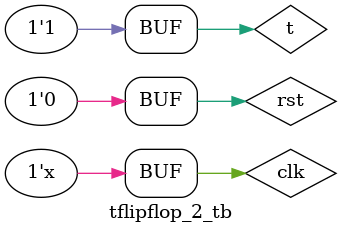
<source format=v>
module t_flipflop_0 (t,clk,q);
input  clk,t;
output reg q=0;

always@(posedge clk)begin
    if(t == 0)
      q <= q;
    else 
      q <= ~q;
end
endmodule
module t_flipflop_0_tb; // testbench
reg clk = 0,t;
wire q;

t_flipflop_0 g2h32(t,clk,q);

always #3 clk = ~clk;
initial begin
t = 0;
#5 t = 1;
#9 t = 0;
#6 t = 1;
#5 t = 0;
#4 t = 1;
#5 t = 1;
end
endmodule
//-----------------------------------------------Designing T Flipflop using asynchronous reset--------------------------------------------------
module t_flipflop_1 (t,clk,rst,q);
input t,clk,rst;
output reg q;

always@(posedge clk or negedge rst)begin
    if (!rst)begin
        q <= 0;
    end
    else begin
        if (t == 0)begin
        q <= q;end // Hold State when t gets 0
        else 
        q <= ~q; // toggle when  t gets 1
    end
end
endmodule
module t_flipflop_1_tb; // testbench for t flipflop using asynchronous reset
reg t,clk=0,rst;
wire q;

t_flipflop_1 aswe232(t,clk,rst,q);

always #6 clk = ~ clk;
initial begin
    $monitor("Time: %t, clk: %b, t: %b, q: %b", $time, clk, t, q);
    rst = 0;
    #3 rst = 1; t = 0;
    #8 t = 1;
    #5 t = 0;
    #7 t = 1;
    #30 $finish;
end
endmodule
//-----------------------------Designing T Flipflop using synchronous reset-----------------------------------------------------
module tflipflop_2 (clk,rst,t,q);
input clk,rst,t;
output reg q;

always@(posedge clk or posedge rst)begin
    if (rst)begin
        q <= 0;
    end
    else begin
        if (t == 0)begin
            q <= q;
        end
        else begin
            q <= ~q;
        end
    end
end
endmodule
module tflipflop_2_tb; // testbench for t flipflop using synchronous reset
reg clk = 0,rst,t;
wire q;

tflipflop_2 asb2j(clk,rst,t,q);

always #5 clk = ~clk;
initial begin
$monitor("Time: %t clk: %b t: %b q: %b",$time, clk, t, q);
rst = 1;
#3 rst = 0; t = 0;
#4 t = 1;
#4 t = 0;
#4 t = 1;
end
endmodule






</source>
